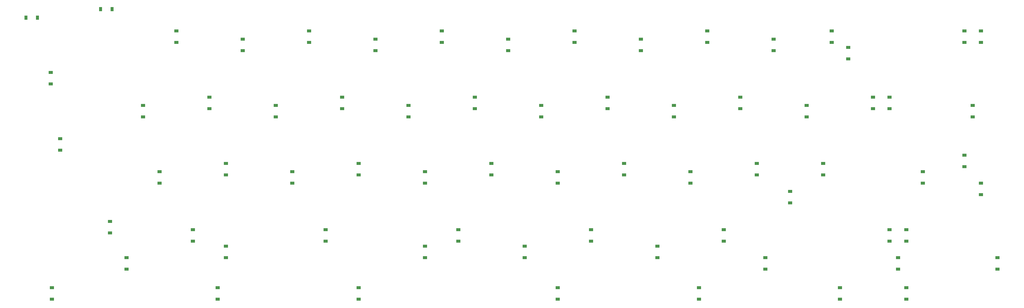
<source format=gbr>
%TF.GenerationSoftware,KiCad,Pcbnew,(5.1.8-0-10_14)*%
%TF.CreationDate,2021-09-01T06:12:34+09:00*%
%TF.ProjectId,ts68,74733638-2e6b-4696-9361-645f70636258,rev?*%
%TF.SameCoordinates,Original*%
%TF.FileFunction,Paste,Bot*%
%TF.FilePolarity,Positive*%
%FSLAX46Y46*%
G04 Gerber Fmt 4.6, Leading zero omitted, Abs format (unit mm)*
G04 Created by KiCad (PCBNEW (5.1.8-0-10_14)) date 2021-09-01 06:12:34*
%MOMM*%
%LPD*%
G01*
G04 APERTURE LIST*
%ADD10R,1.200000X0.900000*%
%ADD11R,0.900000X1.200000*%
G04 APERTURE END LIST*
D10*
%TO.C,D70*%
X288131250Y-98550000D03*
X288131250Y-95250000D03*
%TD*%
%TO.C,D69*%
X283368750Y-77118750D03*
X283368750Y-73818750D03*
%TD*%
%TO.C,D68*%
X280987500Y-51468750D03*
X280987500Y-54768750D03*
%TD*%
%TO.C,D67*%
X283368750Y-30037500D03*
X283368750Y-33337500D03*
%TD*%
%TO.C,D66*%
X261937500Y-103856250D03*
X261937500Y-107156250D03*
%TD*%
%TO.C,D65*%
X261937500Y-87187500D03*
X261937500Y-90487500D03*
%TD*%
%TO.C,D64*%
X278606250Y-65756250D03*
X278606250Y-69056250D03*
%TD*%
%TO.C,D63*%
X257175000Y-49087500D03*
X257175000Y-52387500D03*
%TD*%
%TO.C,D62*%
X278606250Y-30037500D03*
X278606250Y-33337500D03*
%TD*%
%TO.C,D61*%
X259556250Y-98550000D03*
X259556250Y-95250000D03*
%TD*%
%TO.C,D60*%
X266700000Y-70518750D03*
X266700000Y-73818750D03*
%TD*%
%TO.C,D59*%
X245268750Y-34800000D03*
X245268750Y-38100000D03*
%TD*%
%TO.C,D58*%
X242887500Y-103856250D03*
X242887500Y-107156250D03*
%TD*%
%TO.C,D57*%
X257175000Y-87187500D03*
X257175000Y-90487500D03*
%TD*%
%TO.C,D56*%
X238125000Y-68137500D03*
X238125000Y-71437500D03*
%TD*%
%TO.C,D55*%
X252412500Y-49087500D03*
X252412500Y-52387500D03*
%TD*%
%TO.C,D54*%
X240506250Y-30037500D03*
X240506250Y-33337500D03*
%TD*%
%TO.C,D53*%
X221456250Y-98550000D03*
X221456250Y-95250000D03*
%TD*%
%TO.C,D52*%
X228600000Y-79500000D03*
X228600000Y-76200000D03*
%TD*%
%TO.C,D51*%
X233362500Y-51468750D03*
X233362500Y-54768750D03*
%TD*%
%TO.C,D50*%
X223837500Y-32418750D03*
X223837500Y-35718750D03*
%TD*%
%TO.C,D49*%
X202406250Y-103856250D03*
X202406250Y-107156250D03*
%TD*%
%TO.C,D48*%
X209550000Y-87187500D03*
X209550000Y-90487500D03*
%TD*%
%TO.C,D47*%
X219075000Y-68137500D03*
X219075000Y-71437500D03*
%TD*%
%TO.C,D46*%
X214312500Y-49087500D03*
X214312500Y-52387500D03*
%TD*%
%TO.C,D45*%
X204787500Y-30037500D03*
X204787500Y-33337500D03*
%TD*%
%TO.C,D44*%
X190500000Y-91950000D03*
X190500000Y-95250000D03*
%TD*%
%TO.C,D43*%
X200025000Y-70518750D03*
X200025000Y-73818750D03*
%TD*%
%TO.C,D42*%
X195262500Y-51468750D03*
X195262500Y-54768750D03*
%TD*%
%TO.C,D41*%
X185737500Y-32418750D03*
X185737500Y-35718750D03*
%TD*%
%TO.C,D40*%
X161925000Y-103856250D03*
X161925000Y-107156250D03*
%TD*%
%TO.C,D39*%
X171450000Y-87187500D03*
X171450000Y-90487500D03*
%TD*%
%TO.C,D38*%
X180975000Y-68137500D03*
X180975000Y-71437500D03*
%TD*%
%TO.C,D37*%
X176212500Y-49087500D03*
X176212500Y-52387500D03*
%TD*%
%TO.C,D36*%
X166687500Y-30037500D03*
X166687500Y-33337500D03*
%TD*%
%TO.C,D35*%
X152400000Y-91950000D03*
X152400000Y-95250000D03*
%TD*%
%TO.C,D34*%
X161925000Y-70518750D03*
X161925000Y-73818750D03*
%TD*%
%TO.C,D33*%
X157162500Y-51468750D03*
X157162500Y-54768750D03*
%TD*%
%TO.C,D32*%
X147637500Y-32418750D03*
X147637500Y-35718750D03*
%TD*%
%TO.C,D31*%
X133350000Y-87187500D03*
X133350000Y-90487500D03*
%TD*%
%TO.C,D30*%
X142875000Y-68137500D03*
X142875000Y-71437500D03*
%TD*%
%TO.C,D29*%
X138112500Y-49087500D03*
X138112500Y-52387500D03*
%TD*%
%TO.C,D28*%
X128587500Y-30037500D03*
X128587500Y-33337500D03*
%TD*%
%TO.C,D27*%
X123825000Y-91950000D03*
X123825000Y-95250000D03*
%TD*%
%TO.C,D26*%
X123825000Y-70518750D03*
X123825000Y-73818750D03*
%TD*%
%TO.C,D25*%
X119062500Y-51468750D03*
X119062500Y-54768750D03*
%TD*%
%TO.C,D24*%
X109537500Y-32418750D03*
X109537500Y-35718750D03*
%TD*%
%TO.C,D23*%
X104775000Y-103856250D03*
X104775000Y-107156250D03*
%TD*%
%TO.C,D22*%
X95250000Y-87187500D03*
X95250000Y-90487500D03*
%TD*%
%TO.C,D21*%
X104775000Y-68137500D03*
X104775000Y-71437500D03*
%TD*%
%TO.C,D20*%
X100012500Y-49087500D03*
X100012500Y-52387500D03*
%TD*%
%TO.C,D19*%
X90487500Y-30037500D03*
X90487500Y-33337500D03*
%TD*%
%TO.C,D18*%
X66675000Y-91950000D03*
X66675000Y-95250000D03*
%TD*%
%TO.C,D17*%
X85725000Y-70518750D03*
X85725000Y-73818750D03*
%TD*%
%TO.C,D16*%
X80962500Y-51468750D03*
X80962500Y-54768750D03*
%TD*%
%TO.C,D15*%
X71437500Y-32418750D03*
X71437500Y-35718750D03*
%TD*%
%TO.C,D14*%
X64293750Y-103856250D03*
X64293750Y-107156250D03*
%TD*%
%TO.C,D13*%
X57150000Y-87187500D03*
X57150000Y-90487500D03*
%TD*%
%TO.C,D12*%
X66675000Y-68137500D03*
X66675000Y-71437500D03*
%TD*%
%TO.C,D11*%
X61912500Y-49087500D03*
X61912500Y-52387500D03*
%TD*%
%TO.C,D10*%
X52387500Y-30037500D03*
X52387500Y-33337500D03*
%TD*%
%TO.C,D9*%
X38100000Y-98550000D03*
X38100000Y-95250000D03*
%TD*%
%TO.C,D8*%
X47625000Y-70518750D03*
X47625000Y-73818750D03*
%TD*%
%TO.C,D7*%
X42862500Y-51468750D03*
X42862500Y-54768750D03*
%TD*%
D11*
%TO.C,D6*%
X30662500Y-23812500D03*
X33962500Y-23812500D03*
%TD*%
D10*
%TO.C,D5*%
X16668750Y-103856250D03*
X16668750Y-107156250D03*
%TD*%
%TO.C,D4*%
X33337500Y-84806250D03*
X33337500Y-88106250D03*
%TD*%
%TO.C,D3*%
X19050000Y-60993750D03*
X19050000Y-64293750D03*
%TD*%
%TO.C,D2*%
X16337500Y-41943750D03*
X16337500Y-45243750D03*
%TD*%
D11*
%TO.C,D1*%
X9231250Y-26193750D03*
X12531250Y-26193750D03*
%TD*%
M02*

</source>
